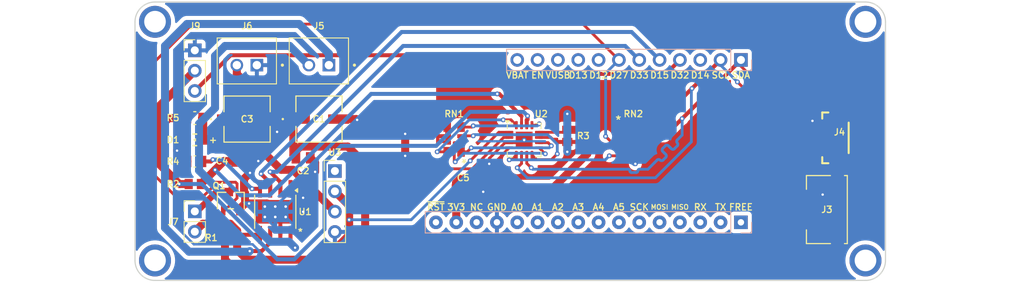
<source format=kicad_pcb>
(kicad_pcb (version 20240108) (generator "pcbnew") (generator_version "8.0")
  (layers (0 "F.Cu" signal) (31 "B.Cu" signal) (34 "B.Paste" user) (35 "F.Paste" user) (36 "B.SilkS" user "B.Silkscreen") (37 "F.SilkS" user "F.Silkscreen") (38 "B.Mask" user) (39 "F.Mask" user) (44 "Edge.Cuts" user))
  (net 0 "")
  (net 1 "/FREE")
  (net 2 "/TX")
  (net 3 "/RX")
  (net 4 "/MISO")
  (net 5 "/MOSI")
  (net 6 "/SCK")
  (net 7 "/A5")
  (net 8 "/A4")
  (net 9 "/A3")
  (net 10 "/A2")
  (net 11 "/A1")
  (net 12 "/A0")
  (net 13 "GND")
  (net 15 "+3V3")
  (net 16 "/~{RST}")
  (net 17 "/SDA")
  (net 18 "/SCL")
  (net 19 "/D12")
  (net 20 "/D14")
  (net 21 "/D33")
  (net 22 "D27")
  (net 23 "/D15")
  (net 24 "/D13")
  (net 25 "/D32")
  (net 26 "/VUSB")
  (net 27 "/EN")
  (net 28 "/VBAT")
  (net 29 "+9VP")
  (net 30 "+5VP")
  (net 31 "+3V3P")
  (net 32 "Net-(D1-A)")
  (net 37 "Net-(U1-OUT2)")
  (net 38 "Net-(U1-OUT1)")
  (net 39 "+5V")
  (net 40 "+9V")
  (net 41 "Net-(U1-ILIM)")
  (net 42 "Net-(RN1-R1.2)")
  (net 43 "Net-(RN1-R4.1)")
  (net 44 "Net-(RN1-R1.1)")
  (net 45 "Net-(RN1-R3.1)")
  (net 46 "Net-(RN1-R2.1)")
  (net 47 "Net-(J7-Pin_1)")
  (net 48 "Net-(RN2-R4.1)")
  (footprint "Connector_PinHeader_2.54mm:PinHeader_1x04_P2.54mm_Vertical" (layer "F.Cu") (at 117.4708 100.4)
    (property "Reference" "U3")
    (property "Value" "MPM3610")
  )
  (footprint "0805 Red LED:WL-SMCW_0805" (layer "F.Cu") (at 99.9708 96.5)
    (property "Reference" "D1")
    (property "Value" "LED")
  )
  (footprint "0805 Ceramic Capacitor:CAPC2012X140N" (layer "F.Cu") (at 105.9708 99.15 180)
    (property "Reference" "C4")
    (property "Value" "0.1 uF")
  )
  (footprint "Package_DFN_QFN:Texas_RGV0016A_VQFN-16-1EP_4x4mm_P0.65mm_EP2.1x2.1mm" (layer "F.Cu") (at 141.1125 96.525)
    (property "Reference" "U2")
    (property "Value" "INA3221")
  )
  (footprint "4 RES 10k Array:EXB38V_PAN" (layer "F.Cu") (at 154.1364 96.4506)
    (property "Reference" "RN2")
    (property "Value" "10k")
  )
  (footprint "EEH-ZC1E220R:CAP_ZC_C_PAN" (layer "F.Cu") (at 106.5 93.9)
    (property "Reference" "C3")
    (property "Value" "22 uF")
  )
  (footprint "Package_SO:Texas_HTSOP-8-1EP_3.9x4.9mm_P1.27mm_EP2.95x4.9mm_Mask2.4x3.1mm_ThermalVias" (layer "F.Cu") (at 110.0208 105.5 -90)
    (property "Reference" "U1")
    (property "Value" "DRV8871DDA")
  )
  (footprint "0805 30k Ohm Resistor Moisture Resistant:RESC2012X60N" (layer "F.Cu") (at 99.9708 99.204833)
    (property "Reference" "R4")
    (property "Value" "30k")
  )
  (footprint "AOSS32136C:SOT23_AOS" (layer "F.Cu") (at 104.4708 104.0938)
    (property "Reference" "Q1")
    (property "Value" "AOSS32136C")
  )
  (footprint "Connector_PinHeader_2.54mm:PinHeader_1x02_P2.54mm_Vertical" (layer "F.Cu") (at 99.9708 105.45)
    (property "Reference" "J7")
    (property "Value" "Conn_01x02")
  )
  (footprint "0805 Resistor Moisture Resistant:RES_CHP0805_BRN" (layer "F.Cu") (at 99.9708 93.776867)
    (property "Reference" "R5")
    (property "Value" "560")
  )
  (footprint "0805 Ceramic Capacitor:CAPC2012X140N" (layer "F.Cu") (at 113.5 98.75 180)
    (property "Reference" "C2")
    (property "Value" "0.1 uF")
  )
  (footprint "MountingHole:MountingHole_2.7mm_M2.5_ISO7380_Pad_TopBottom" (layer "F.Cu") (at 183.75 81.75)
    (property "Reference" "REF**" (hide yes))
    (property "Value" "MountingHole_2.7mm_M2.5_ISO7380_Pad_TopBottom")
  )
  (footprint "MountingHole:MountingHole_2.7mm_M2.5_DIN965_Pad_TopBottom" (layer "F.Cu") (at 95 81.73)
    (property "Reference" "REF**" (hide yes))
    (property "Value" "MountingHole_2.7mm_M2.5_DIN965_Pad_TopBottom")
  )
  (footprint "SM04B-GHS-TB:CONN_SM04B-GHS-TB_JST" (layer "F.Cu") (at 178.925699 105.224999 90)
    (property "Reference" "J3")
    (property "Value" "SM04B-GHS-TB")
  )
  (footprint "B2B-XH-A:B2B-XH-A" (layer "F.Cu") (at 106.4708 86.625)
    (property "Reference" "J6")
    (property "Value" "B2B-XH-A-GU")
  )
  (footprint "MountingHole:MountingHole_2.7mm_M2.5_DIN965_Pad_TopBottom" (layer "F.Cu") (at 183.75 111.59)
    (property "Reference" "REF**" (hide yes))
    (property "Value" "MountingHole_2.7mm_M2.5_DIN965_Pad_TopBottom")
  )
  (footprint "WSLP 0805 Resistor:RES_VISHAY_WSLP0805_VIS" (layer "F.Cu") (at 99.9708 102.026867 180)
    (property "Reference" "R2")
    (property "Value" "0.04")
  )
  (footprint "EEH-ZC1E220R:CAP_ZC_C_PAN" (layer "F.Cu") (at 115.4854 93.9)
    (property "Reference" "C1")
    (property "Value" "22 uF")
  )
  (footprint "SparkFun-Connector:JST_SMD_1.0mm-4_Vertical" (layer "F.Cu") (at 180 96.25 -90)
    (property "Reference" "J4")
    (property "Value" "Qwiic_Vertical")
  )
  (footprint "B2B-XH-A:B2B-XH-A" (layer "F.Cu") (at 115.4708 86.625)
    (property "Reference" "J5")
    (property "Value" "B2B-XH-A-GU")
  )
  (footprint "0805 Ceramic Capacitor:CAPC2012X140N" (layer "F.Cu") (at 133.5 102.75 180)
    (property "Reference" "C5")
    (property "Value" "0.1 uF")
  )
  (footprint "WSLP 0805 Resistor:RES_VISHAY_WSLP0805_VIS" (layer "F.Cu") (at 146.5 96 -90)
    (property "Reference" "R3")
    (property "Value" "0.04")
  )
  (footprint "MountingHole:MountingHole_2.7mm_M2.5_DIN965_Pad_TopBottom" (layer "F.Cu") (at 95 111.59)
    (property "Reference" "REF**" (hide yes))
    (property "Value" "MountingHole_2.7mm_M2.5_DIN965_Pad_TopBottom")
  )
  (footprint "4 RES 10k Array:EXB38V_PAN" (layer "F.Cu") (at 132.3636 96.4506 180)
    (property "Reference" "RN1")
    (property "Value" "10k")
  )
  (footprint "Connector_PinHeader_2.54mm:PinHeader_1x03_P2.54mm_Vertical" (layer "F.Cu") (at 99.9708 85.3)
    (property "Reference" "J9")
    (property "Value" "Conn_01x03")
  )
  (footprint "WSLP 0805 Resistor:RES_VISHAY_WSLP0805_VIS" (layer "F.Cu") (at 104.5 108.75)
    (property "Reference" "R1")
    (property "Value" "0.04")
  )
  (footprint "Connector_PinHeader_2.54mm:PinHeader_1x16_P2.54mm_Vertical" (layer "B.Cu") (at 168.19 106.82 90)
    (property "Reference" "J1" (hide yes))
    (property "Value" "Conn_01x16" (hide yes))
  )
  (footprint "Connector_PinHeader_2.54mm:PinHeader_1x12_P2.54mm_Vertical" (layer "B.Cu") (at 168.19 86.5 90)
    (property "Reference" "J2" (hide yes))
    (property "Value" "Conn_01x12" (hide yes))
  )
  (gr_line (start 95 114.09) (end 183.75 114.09) (stroke (width 0.15)) (layer "Edge.Cuts"))
  (gr_line (start 183.75 79.25) (end 95 79.25) (stroke (width 0.15)) (layer "Edge.Cuts"))
  (gr_line (start 92.5 111.59) (end 92.5 81.75) (stroke (width 0.15)) (layer "Edge.Cuts"))
  (gr_arc (start 186.25 111.59) (mid 185.517767 113.357767) (end 183.75 114.09) (stroke (width 0.15)) (layer "Edge.Cuts"))
  (gr_line (start 186.25 111.59) (end 186.25 81.75) (stroke (width 0.15)) (layer "Edge.Cuts"))
  (gr_arc (start 92.5 81.75) (mid 93.232233 79.982233) (end 95 79.25) (stroke (width 0.15)) (layer "Edge.Cuts"))
  (gr_arc (start 183.75 79.25) (mid 185.517767 79.982233) (end 186.25 81.75) (stroke (width 0.15)) (layer "Edge.Cuts"))
  (gr_arc (start 95 114.09) (mid 93.232233 113.357767) (end 92.5 111.59) (stroke (width 0.15)) (layer "Edge.Cuts"))
  (gr_text "3V3" (at 132.63 104.915 0) (layer "F.SilkS") (effects (font (size 0.8 0.8))))
  (gr_text "NC" (at 135.17 104.915 0) (layer "F.SilkS") (effects (font (size 0.8 0.8))))
  (gr_text "GND" (at 137.71 104.915 0) (layer "F.SilkS") (effects (font (size 0.8 0.8))))
  (gr_text "A0" (at 140.25 104.915 0) (layer "F.SilkS") (effects (font (size 0.8 0.8))))
  (gr_text "A1" (at 142.79 104.915 0) (layer "F.SilkS") (effects (font (size 0.8 0.8))))
  (gr_text "A2" (at 145.33 104.915 0) (layer "F.SilkS") (effects (font (size 0.8 0.8))))
  (gr_text "A3" (at 147.87 104.915 0) (layer "F.SilkS") (effects (font (size 0.8 0.8))))
  (gr_text "A4" (at 150.41 104.915 0) (layer "F.SilkS") (effects (font (size 0.8 0.8))))
  (gr_text "A5" (at 152.95 104.915 0) (layer "F.SilkS") (effects (font (size 0.8 0.8))))
  (gr_text "SCK" (at 155.49 104.915 0) (layer "F.SilkS") (effects (font (size 0.8 0.8))))
  (gr_text "MOSI" (at 158.03 104.915 0) (layer "F.SilkS") (effects (font (size 0.6 0.6) (thickness 0.12) (bold yes))))
  (gr_text "MISO" (at 160.57 104.915 0) (layer "F.SilkS") (effects (font (size 0.6 0.6) (thickness 0.12) (bold yes))))
  (gr_text "RX" (at 163.11 104.915 0) (layer "F.SilkS") (effects (font (size 0.8 0.8))))
  (gr_text "TX" (at 165.65 104.915 0) (layer "F.SilkS") (effects (font (size 0.8 0.8))))
  (gr_text "FREE" (at 168.19 104.915 0) (layer "F.SilkS") (effects (font (size 0.8 0.8))))
  (gr_text "SDA" (at 168.19 88.405 0) (layer "F.SilkS") (effects (font (size 0.8 0.8))))
  (gr_text "SCL" (at 165.65 88.405 0) (layer "F.SilkS") (effects (font (size 0.8 0.8))))
  (gr_text "D14" (at 163.11 88.405 0) (layer "F.SilkS") (effects (font (size 0.8 0.8))))
  (gr_text "D32" (at 160.57 88.405 0) (layer "F.SilkS") (effects (font (size 0.8 0.8))))
  (gr_text "D15" (at 158.03 88.405 0) (layer "F.SilkS") (effects (font (size 0.8 0.8))))
  (gr_text "D33" (at 155.49 88.405 0) (layer "F.SilkS") (effects (font (size 0.8 0.8))))
  (gr_text "D27" (at 152.95 88.405 0) (layer "F.SilkS") (effects (font (size 0.8 0.8))))
  (gr_text "D12" (at 150.41 88.405 0) (layer "F.SilkS") (effects (font (size 0.8 0.8))))
  (gr_text "D13" (at 147.87 88.405 0) (layer "F.SilkS") (effects (font (size 0.8 0.8))))
  (gr_text "EN" (at 142.79 88.405 0) (layer "F.SilkS") (effects (font (size 0.8 0.8))))
  (gr_text "VBAT" (at 140.25 88.405 0) (layer "F.SilkS") (effects (font (size 0.8 0.8))))
  (gr_text "VUSB" (at 145.33 88.405 0) (layer "F.SilkS") (effects (font (size 0.8 0.8))))
  (gr_text "~{RST}" (at 130.09 104.915 0) (layer "F.SilkS") (effects (font (size 0.8 0.8))))
  (gr_text "*" (at 112.75 108.5 0) (layer "F.SilkS") (effects (font (size 0.8 0.8) (thickness 0.15) (bold yes)) (justify left bottom)))
  (segment (start 110.0208 105.5) (end 113.5 105.5) (width 1) (layer "F.Cu") (net 13))
  (segment (start 140.7875 96.85) (end 141.1125 96.525) (width 0.35) (layer "F.Cu") (net 13))
  (segment (start 98.9208 97.75) (end 97.85 97.75) (width 1) (layer "F.Cu") (net 13))
  (segment (start 109.277208 93.9) (end 110.25 94.872792) (width 1) (layer "F.Cu") (net 13))
  (segment (start 115 100.5) (end 115 99.354999) (width 1) (layer "F.Cu") (net 13))
  (segment (start 138.731002 96.85) (end 136.75 98.831002) (width 0.35) (layer "F.Cu") (net 13))
  (segment (start 110.25 94.872792) (end 110.25 95.5) (width 1) (layer "F.Cu") (net 13))
  (segment (start 97.85 97.75) (end 97.75 97.85) (width 1) (layer "F.Cu") (net 13))
  (segment (start 178.400001 103.349999) (end 177.049999 103.349999) (width 0.35) (layer "F.Cu") (net 13))
  (segment (start 120.15 93.9) (end 120.25 94) (width 1) (layer "F.Cu") (net 13))
  (segment (start 155 98) (end 155 99.5) (width 0.5) (layer "F.Cu") (net 13))
  (segment (start 106.2482 103.162414) (end 106.2482 104.460201) (width 1) (layer "F.Cu") (net 13))
  (segment (start 106.125 103.039214) (end 106.2482 103.162414) (width 1) (layer "F.Cu") (net 13))
  (segment (start 108.981001 104.460201) (end 106.75 104.460201) (width 1) (layer "F.Cu") (net 13))
  (segment (start 110.6558 108.375) (end 110.6558 106.135) (width 0.5) (layer "F.Cu") (net 13))
  (segment (start 134.395001 102.75) (end 135.75 102.75) (width 1) (layer "F.Cu") (net 13))
  (segment (start 110.6558 106.135) (end 110.0208 105.5) (width 0.5) (layer "F.Cu") (net 13))
  (segment (start 98.9208 96.5) (end 98.9208 97.75) (width 1) (layer "F.Cu") (net 13))
  (segment (start 177.75 94.75) (end 178.489 94.75) (width 0.35) (layer "F.Cu") (net 13))
  (segment (start 110.0208 105.5) (end 108.981001 104.460201) (width 1) (layer "F.Cu") (net 13))
  (segment (start 112.375 102.625) (end 113.5 103.75) (width 0.5) (layer "F.Cu") (net 13))
  (segment (start 107.9 99.15) (end 106.865801 99.15) (width 1) (layer "F.Cu") (net 13))
  (segment (start 136.75 98.831002) (end 136.75 99.5) (width 0.35) (layer "F.Cu") (net 13))
  (segment (start 139.25 96.85) (end 138.731002 96.85) (width 0.35) (layer "F.Cu") (net 13))
  (segment (start 106.865801 100.634199) (end 106.865801 99.15) (width 1) (layer "F.Cu") (net 13))
  (segment (start 177.125 94.125) (end 177.75 94.75) (width 0.35) (layer "F.Cu") (net 13))
  (segment (start 126.25 95.75) (end 126.25 98.5) (width 1) (layer "F.Cu") (net 13))
  (segment (start 115 99.354999) (end 114.395001 98.75) (width 1) (layer "F.Cu") (net 13))
  (segment (start 106.2482 104.460201) (end 106.75 104.460201) (width 1) (layer "F.Cu") (net 13))
  (segment (start 98.9208 99.089833) (end 99.0358 99.204833) (width 1) (layer "F.Cu") (net 13))
  (segment (start 117.9365 93.9) (end 120.15 93.9) (width 1) (layer "F.Cu") (net 13))
  (segment (start 139.25 96.85) (end 140.7875 96.85) (width 0.35) (layer "F.Cu") (net 13))
  (segment (start 106.865801 100.634199) (end 106.125 101.375) (width 1) (layer "F.Cu") (net 13))
  (segment (start 108.9511 93.9) (end 109.277208 93.9) (width 1) (layer "F.Cu") (net 13))
  (segment (start 98.9208 97.75) (end 98.9208 99.089833) (width 1) (layer "F.Cu") (net 13))
  (segment (start 105.420801 105.2876) (end 106.2482 104.460201) (width 1) (layer "F.Cu") (net 13))
  (segment (start 135.75 102.75) (end 136 103) (width 1) (layer "F.Cu") (net 13))
  (segment (start 155 98) (end 155 96.8568) (width 0.5) (layer "F.Cu") (net 13))
  (segment (start 106.125 101.375) (end 106.125 103.039214) (width 1) (layer "F.Cu") (net 13))
  (segment (start 155 96.8568) (end 154.999999 96.856799) (width 0.5) (layer "F.Cu") (net 13))
  (segment (start 111.925799 102.625) (end 112.375 102.625) (width 0.5) (layer "F.Cu") (net 13))
  (via (at 155 99.5) (size 0.6) (drill 0.3) (layers "F.Cu" "B.Cu") (net 13))
  (via (at 126.25 95.75) (size 0.6) (drill 0.3) (layers "F.Cu" "B.Cu") (net 13))
  (via (at 126.25 98.5) (size 0.6) (drill 0.3) (layers "F.Cu" "B.Cu") (net 13))
  (via (at 136 103) (size 0.6) (drill 0.3) (layers "F.Cu" "B.Cu") (net 13))
  (via (at 110.25 95.5) (size 0.6) (drill 0.3) (layers "F.Cu" "B.Cu") (net 13))
  (via (at 106.865801 100.634199) (size 0.6) (drill 0.3) (layers "F.Cu" "B.Cu") (net 13))
  (via (at 115 100.5) (size 0.6) (drill 0.3) (layers "F.Cu" "B.Cu") (net 13))
  (via (at 177.125 94.125) (size 0.6) (drill 0.3) (layers "F.Cu" "B.Cu") (net 13))
  (via (at 107.9 99.15) (size 0.6) (drill 0.3) (layers "F.Cu" "B.Cu") (net 13))
  (via (at 136.75 99.5) (size 0.6) (drill 0.3) (layers "F.Cu" "B.Cu") (net 13))
  (via (at 113.5 103.75) (size 0.6) (drill 0.3) (layers "F.Cu" "B.Cu") (net 13))
  (via (at 97.75 97.85) (size 0.6) (drill 0.3) (layers "F.Cu" "B.Cu") (net 13))
  (via (at 113.5 105.5) (size 0.6) (drill 0.3) (layers "F.Cu" "B.Cu") (net 13))
  (via (at 141.1125 96.525) (size 0.6) (drill 0.3) (layers "F.Cu" "B.Cu") (net 13))
  (via (at 106.75 104.460201) (size 0.6) (drill 0.3) (layers "F.Cu" "B.Cu") (net 13))
  (via (at 120.25 94) (size 0.6) (drill 0.3) (layers "F.Cu" "B.Cu") (net 13))
  (via (at 178.400001 103.349999) (size 0.6) (drill 0.3) (layers "F.Cu" "B.Cu") (net 13))
  (segment (start 111.25 103.6208) (end 111.25 103.25) (width 0.35) (layer "B.Cu") (net 13))
  (segment (start 112.5 103.75) (end 112.4208 103.75) (width 0.35) (layer "B.Cu") (net 13))
  (segment (start 108.7208 106.15) (end 110.0708 107.5) (width 0.35) (layer "B.Cu") (net 13))
  (segment (start 110.0708 107.5) (end 110.25 107.5) (width 0.35) (layer "B.Cu") (net 13))
  (segment (start 97.376867 100.873133) (end 97.376867 107.093124) (width 0.3) (layer "B.Cu") (net 13))
  (segment (start 110.0208 104.85) (end 111.25 103.6208) (width 0.35) (layer "B.Cu") (net 13))
  (segment (start 99.851635 109.567892) (end 107.184188 109.567892) (width 0.3) (layer "B.Cu") (net 13))
  (segment (start 108 110.383704) (end 108 111) (width 0.3) (layer "B.Cu") (net 13))
  (segment (start 97.75 100.5) (end 97.376867 100.873133) (width 0.3) (layer "B.Cu") (net 13))
  (segment (start 111.3208 106.15) (end 112.1708 107) (width 0.35) (layer "B.Cu") (net 13))
  (segment (start 107.184188 109.567892) (end 108 110.383704) (width 0.3) (layer "B.Cu") (net 13))
  (segment (start 112.1708 107) (end 112.25 107) (width 0.35) (layer "B.Cu") (net 13))
  (segment (start 111.3208 104.85) (end 112.4208 103.75) (width 0.35) (layer "B.Cu") (net 13))
  (segment (start 97.376867 107.093124) (end 99.851635 109.567892) (width 0.3) (layer "B.Cu") (net 13))
  (segment (start 144.45 96.2) (end 145.011999 96.761999) (width 0.35) (layer "F.Cu") (net 15))
  (segment (start 183.25 105) (end 183.25 97.25) (width 0.35) (layer "F.Cu") (net 15))
  (segment (start 166.5 103) (end 169 103) (width 0.35) (layer "F.Cu") (net 15))
  (segment (start 145.011999 96.761999) (end 146.5 96.761999) (width 0.35) (layer "F.Cu") (net 15))
  (segment (start 169 103) (end 173.099999 107.099999) (width 0.35) (layer "F.Cu") (net 15))
  (segment (start 139.25 97.5) (end 138.25 98.5) (width 0.35) (layer "F.Cu") (net 15))
  (segment (start 181.75 95.75) (end 178.489 95.75) (width 0.35) (layer "F.Cu") (net 15))
  (segment (start 173.099999 107.099999) (end 177.049999 107.099999) (width 0.35) (layer "F.Cu") (net 15))
  (segment (start 142.975 96.2) (end 144.45 96.2) (width 0.35) (layer "F.Cu") (net 15))
  (segment (start 181.150001 107.099999) (end 183.25 105) (width 0.35) (layer "F.Cu") (net 15))
  (segment (start 177.049999 107.099999) (end 181.150001 107.099999) (width 0.35) (layer "F.Cu") (net 15))
  (segment (start 138.25 98.5) (end 138.25 99.5) (width 0.35) (layer "F.Cu") (net 15))
  (segment (start 152.806801 96.056801) (end 152 95.25) (width 0.25) (layer "F.Cu") (net 15))
  (segment (start 183.25 97.25) (end 181.75 95.75) (width 0.35) (layer "F.Cu") (net 15))
  (segment (start 153.272801 96.056801) (end 152.806801 96.056801) (width 0.25) (layer "F.Cu") (net 15))
  (via (at 146.5 93.25) (size 0.6) (drill 0.3) (layers "F.Cu" "B.Cu") (net 15))
  (via (at 146.5 98) (size 0.6) (drill 0.3) (layers "F.Cu" "B.Cu") (net 15))
  (segment (start 146.5 98) (end 146.5 93.25) (width 1) (layer "B.Cu") (net 15))
  (segment (start 168.19 87.276) (end 168.19 86.5) (width 0.35) (layer "F.Cu") (net 17))
  (segment (start 175.181691 94.267691) (end 175.181692 94.267692) (width 0.35) (layer "F.Cu") (net 17))
  (segment (start 168.19 86.5) (end 160.845 93.845) (width 0.5) (layer "F.Cu") (net 17))
  (segment (start 171.630293 91.030848) (end 171.787571 90.873571) (width 0.35) (layer "F.Cu") (net 17))
  (segment (start 180.964001 96.75) (end 178.489 96.75) (width 0.35) (layer "F.Cu") (net 17))
  (segment (start 172.636101 91.722101) (end 172.636102 91.722102) (width 0.35) (layer "F.Cu") (net 17))
  (segment (start 175.338969 93.79586) (end 174.804993 93.261884) (width 0.35) (layer "F.Cu") (net 17))
  (segment (start 141.4375 99.4375) (end 142 100) (width 0.35) (layer "F.Cu") (net 17))
  (segment (start 173.641909 92.0988) (end 173.107933 91.564824) (width 0.35) (layer "F.Cu") (net 17))
  (segment (start 173.861329 93.576438) (end 173.327353 93.042462) (width 0.35) (layer "F.Cu") (net 17))
  (segment (start 171.096306 89.867777) (end 170.939041 90.025041) (width 0.35) (layer "F.Cu") (net 17))
  (segment (start 158.633199 96.056801) (end 160.845 93.845) (width 0.5) (layer "F.Cu") (net 17))
  (segment (start 175.027488 94.421893) (end 175.181691 94.267691) (width 0.35) (layer "F.Cu") (net 17))
  (segment (start 171.944836 90.401779) (end 171.410834 89.867777) (width 0.35) (layer "F.Cu") (net 17))
  (segment (start 170.939041 90.025041) (end 170.939042 90.025042) (width 0.35) (layer "F.Cu") (net 17))
  (segment (start 170.476474 90.179229) (end 169.936323 89.639078) (width 0.35) (layer "F.Cu") (net 17))
  (segment (start 182.289001 102.154099) (end 182.289001 98.075) (width 0.35) (layer "F.Cu") (net 17))
  (segment (start 172.793379 91.564824) (end 172.636101 91.722101) (width 0.35) (layer "F.Cu") (net 17))
  (segment (start 174.333161 93.419161) (end 174.333162 93.419162) (width 0.35) (layer "F.Cu") (net 17))
  (segment (start 169.418762 88.504762) (end 168.957 88.043) (width 0.35) (layer "F.Cu") (net 17))
  (segment (start 171.787571 90.873571) (end 171.787572 90.873572) (width 0.35) (layer "F.Cu") (net 17))
  (segment (start 174.333162 93.419162) (end 174.175883 93.576438) (width 0.35) (layer "F.Cu") (net 17))
  (segment (start 158.633199 96.056801) (end 154.999999 96.056801) (width 0.5) (layer "F.Cu") (net 17))
  (segment (start 182.289001 98.075) (end 180.964001 96.75) (width 0.35) (layer "F.Cu") (net 17))
  (segment (start 173.484632 92.570632) (end 173.641909 92.413354) (width 0.35) (layer "F.Cu") (net 17))
  (segment (start 169.936323 89.022322) (end 169.418762 88.504762) (width 0.35) (layer "F.Cu") (net 17))
  (segment (start 175.59019 95.293) (end 175.027489 94.730299) (width 0.35) (layer "F.Cu") (net 17))
  (segment (start 141.4375 98.3875) (end 141.4375 99.4375) (width 0.35) (layer "F.Cu") (net 17))
  (segment (start 170.939042 90.025042) (end 170.784852 90.179229) (width 0.35) (layer "F.Cu") (net 17))
  (segment (start 179.843101 104.599999) (end 182.289001 102.154099) (width 0.35) (layer "F.Cu") (net 17))
  (segment (start 173.484631 92.570631) (end 173.484632 92.570632) (width 0.35) (layer "F.Cu") (net 17))
  (segment (start 172.164269 91.879378) (end 171.630293 91.345402) (width 0.35) (layer "F.Cu") (net 17))
  (segment (start 173.327353 92.727908) (end 173.484631 92.570631) (width 0.35) (layer "F.Cu") (net 17))
  (segment (start 177.049999 104.599999) (end 179.843101 104.599999) (width 0.35) (layer "F.Cu") (net 17))
  (segment (start 171.787572 90.873572) (end 171.944836 90.716307) (width 0.35) (layer "F.Cu") (net 17))
  (segment (start 178.489 96.75) (end 177.664 96.75) (width 0.35) (layer "F.Cu") (net 17))
  (segment (start 168.957 88.043) (end 168.19 87.276) (width 0.35) (layer "F.Cu") (net 17))
  (segment (start 174.490439 93.261884) (end 174.333161 93.419161) (width 0.35) (layer "F.Cu") (net 17))
  (segment (start 172.636102 91.722102) (end 172.478823 91.879378) (width 0.35) (layer "F.Cu") (net 17))
  (segment (start 177.049999 104.599999) (end 176.529299 104.599999) (width 0.35) (layer "F.Cu") (net 17))
  (segment (start 177.664 96.75) (end 176.207 95.293) (width 0.35) (layer "F.Cu") (net 17))
  (segment (start 175.181692 94.267692) (end 175.338969 94.110414) (width 0.35) (layer "F.Cu") (net 17))
  (via (at 142 100) (size 0.6) (drill 0.3) (layers "F.Cu" "B.Cu") (net 17))
  (via (at 160.845 93.845) (size 0.6) (drill 0.3) (layers "F.Cu" "B.Cu") (net 17))
  (arc (start 171.410834 89.867777) (mid 171.25357 89.802636) (end 171.096306 89.867777) (width 0.35) (layer "F.Cu") (net 17))
  (arc (start 172.478823 91.879378) (mid 172.321547 91.944525) (end 172.164269 91.879378) (width 0.35) (layer "F.Cu") (net 17))
  (arc (start 171.944836 90.716307) (mid 172.009977 90.559043) (end 171.944836 90.401779) (width 0.35) (layer "F.Cu") (net 17))
  (arc (start 175.898594 95.292999) (mid 175.744391 95.356872) (end 175.59019 95.293) (width 0.35) (layer "F.Cu") (net 17))
  (arc (start 175.338969 94.110414) (mid 175.404115 93.953137) (end 175.338969 93.79586) (width 0.35) (layer "F.Cu") (net 17))
  (arc (start 173.641909 92.413354) (mid 173.707055 92.256077) (end 173.641909 92.0988) (width 0.35) (layer "F.Cu") (net 17))
  (arc (start 173.107933 91.564824) (mid 172.950656 91.499678) (end 172.793379 91.564824) (width 0.35) (layer "F.Cu") (net 17))
  (arc (start 173.327353 93.042462) (mid 173.262208 92.885186) (end 173.327353 92.727908) (width 0.35) (layer "F.Cu") (net 17))
  (arc (start 174.804993 93.261884) (mid 174.647716 93.196738) (end 174.490439 93.261884) (width 0.35) (layer "F.Cu") (net 17))
  (arc (start 170.784852 90.179229) (mid 170.630663 90.243096) (end 170.476474 90.179229) (width 0.35) (layer "F.Cu") (net 17))
  (arc (start 169.936323 89.3307) (mid 170.00019 89.176511) (end 169.936323 89.022322) (width 0.35) (layer "F.Cu") (net 17))
  (arc (start 174.175883 93.576438) (mid 174.018607 93.641585) (end 173.861329 93.576438) (width 0.35) (layer "F.Cu") (net 17))
  (arc (start 175.027489 94.730299) (mid 174.963615 94.576096) (end 175.027488 94.421893) (width 0.35) (layer "F.Cu") (net 17))
  (arc (start 171.630293 91.345402) (mid 171.565148 91.188126) (end 171.630293 91.030848) (width 0.35) (layer "F.Cu") (net 17))
  (arc (start 176.207 95.293) (mid 176.052797 95.229126) (end 175.898594 95.292999) (width 0.35) (layer "F.Cu") (net 17))
  (arc (start 169.936323 89.639078) (mid 169.872456 89.484889) (end 169.936323 89.3307) (width 0.35) (layer "F.Cu") (net 17))
  (segment (start 158.42363 97.946848) (end 158.613389 98.136607) (width 0.35) (layer "B.Cu") (net 17))
  (segment (start 156.575 100.175) (end 155.525 100.175) (width 0.35) (layer "B.Cu") (net 17))
  (segment (start 158.799627 98.69532) (end 158.464994 99.029954) (width 0.35) (layer "B.Cu") (net 17))
  (segment (start 153.525 100.175) (end 153.25 100.175) (width 0.35) (layer "B.Cu") (net 17))
  (segment (start 155.11205 100.58795) (end 154.525 100.58795) (width 0.35) (layer "B.Cu") (net 17))
  (segment (start 160.845 93.845) (end 160.845 95.905) (width 0.35) (layer "B.Cu") (net 17))
  (segment (start 153.25 100.175) (end 142.175 100.175) (width 0.35) (layer "B.Cu") (net 17))
  (segment (start 158.613391 98.136609) (end 158.799628 98.322846) (width 0.35) (layer "B.Cu") (net 17))
  (segment (start 159.506756 97.615763) (end 159.320498 97.429505) (width 0.35) (layer "B.Cu") (net 17))
  (segment (start 158.751219 97.239742) (end 158.42363 97.56733) (width 0.35) (layer "B.Cu") (net 17))
  (segment (start 157.411308 99.338693) (end 156.575 100.175) (width 0.35) (layer "B.Cu") (net 17))
  (segment (start 142.175 100.175) (end 142 100) (width 0.35) (layer "B.Cu") (net 17))
  (segment (start 157.72005 99.029954) (end 157.411308 99.338693) (width 0.35) (layer "B.Cu") (net 17))
  (segment (start 160.845 95.905) (end 160.239739 96.510261) (width 0.35) (layer "B.Cu") (net 17))
  (segment (start 154.11205 100.175) (end 153.525 100.175) (width 0.35) (layer "B.Cu") (net 17))
  (segment (start 158.613389 98.136607) (end 158.613391 98.136609) (width 0.35) (layer "B.Cu") (net 17))
  (segment (start 160.239739 97.255295) (end 159.879272 97.615763) (width 0.35) (layer "B.Cu") (net 17))
  (segment (start 159.320498 97.429505) (end 159.320498 97.429502) (width 0.35) (layer "B.Cu") (net 17))
  (segment (start 159.320498 97.429502) (end 159.130738 97.239742) (width 0.35) (layer "B.Cu") (net 17))
  (arc (start 159.130738 97.239742) (mid 158.940979 97.161141) (end 158.751219 97.239742) (width 0.35) (layer "B.Cu") (net 17))
  (arc (start 158.464994 99.029954) (mid 158.278757 99.107096) (end 158.092522 99.029954) (width 0.35) (layer "B.Cu") (net 17))
  (arc (start 160.239738 96.882779) (mid 160.31689 97.069036) (end 160.239739 97.255295) (width 0.35) (layer "B.Cu") (net 17))
  (arc (start 160.239739 96.510261) (mid 160.162588 96.69652) (end 160.239738 96.882779) (width 0.35) (layer "B.Cu") (net 17))
  (arc (start 158.799628 98.322846) (mid 158.87677 98.509082) (end 158.799627 98.69532) (width 0.35) (layer "B.Cu") (net 17))
  (arc (start 158.092522 99.029954) (mid 157.906285 98.952814) (end 157.72005 99.029954) (width 0.35) (layer "B.Cu") (net 17))
  (arc (start 159.879272 97.615763) (mid 159.693015 97.692913) (end 159.506756 97.615763) (width 0.35) (layer "B.Cu") (net 17))
  (arc (start 154.318525 100.381475) (mid 154.25805 100.235475) (end 154.11205 100.175) (width 0.35) (layer "B.Cu") (net 17))
  (arc (start 154.525 100.58795) (mid 154.379 100.527475) (end 154.318525 100.381475) (width 0.35) (layer "B.Cu") (net 17))
  (arc (start 158.42363 97.56733) (mid 158.345029 97.757089) (end 158.42363 97.946848) (width 0.35) (layer "B.Cu") (net 17))
  (arc (start 155.525 100.175) (mid 155.379 100.235475) (end 155.318525 100.381475) (width 0.35) (layer "B.Cu") (net 17))
  (arc (start 155.318525 100.381475) (mid 155.25805 100.527475) (end 155.11205 100.58795) (width 0.35) (layer "B.Cu") (net 17))
  (segment (start 175.824099 101.16) (end 175.824099 101) (width 0.35) (layer "F.Cu") (net 18))
  (segment (start 175.504099 103.08) (end 175.344099 103.08) (width 0.35) (layer "F.Cu") (net 18))
  (segment (start 140.375 99.875) (end 140.25 100) (width 0.35) (layer "F.Cu") (net 18))
  (segment (start 175.824099 103.56) (end 175.824099 103.4) (width 0.35) (layer "F.Cu") (net 18))
  (segment (start 140.7875 98.3875) (end 140.7875 99.4625) (width 0.35) (layer "F.Cu") (net 18))
  (segment (start 177.049999 105.849999) (end 177.570699 105.849999) (width 0.35) (layer "F.Cu") (net 18))
  (segment (start 178.489 97.75) (end 176.25 97.75) (width 0.35) (layer "F.Cu") (net 18))
  (segment (start 176.312002 98.795628) (end 176.425141 98.68249) (width 0.35) (layer "F.Cu") (net 18))
  (segment (start 157.2488 94.9012) (end 162.075 90.075) (width 0.5) (layer "F.Cu") (net 18))
  (segment (start 176.529299 105.849999) (end 175.824099 105.144799) (width 0.35) (layer "F.Cu") (net 18))
  (segment (start 165.65 86.5) (end 165.75 86.5) (width 0.5) (layer "F.Cu") (net 18))
  (segment (start 175.824099 101) (end 175.824099 100.414901) (width 0.35) (layer "F.Cu") (net 18))
  (segment (start 175.504099 102.28) (end 176.304099 102.28) (width 0.35) (layer "F.Cu") (net 18))
  (segment (start 176.877689 98.68249) (end 176.990827 98.795628) (width 0.35) (layer "F.Cu") (net 18))
  (segment (start 177.443375 98.795628) (end 177.556511 98.68249) (width 0.35) (layer "F.Cu") (net 18))
  (segment (start 176.25 97.75) (end 167.75 89.25) (width 0.35) (layer "F.Cu") (net 18))
  (segment (start 175.024099 104.36) (end 175.024099 104.2) (width 0.35) (layer "F.Cu") (net 18))
  (segment (start 177.556511 98.68249) (end 177.9945 98.2445) (width 0.35) (layer "F.Cu") (net 18))
  (segment (start 175.824099 100.414901) (end 176.425139 99.813861) (width 0.35) (layer "F.Cu") (net 18))
  (segment (start 176.624099 101.96) (end 176.624099 101.8) (width 0.35) (layer "F.Cu") (net 18))
  (segment (start 140.7875 99.4625) (end 140.375 99.875) (width 0.35) (layer "F.Cu") (net 18))
  (segment (start 176.425139 99.361313) (end 176.312002 99.248176) (width 0.35) (layer "F.Cu") (net 18))
  (segment (start 157.2488 94.9012) (end 155 94.9012) (width 0.5) (layer "F.Cu") (net 18))
  (segment (start 165.65 86.5) (end 162.075 90.075) (width 0.5) (layer "F.Cu") (net 18))
  (segment (start 176.304099 101.48) (end 176.144099 101.48) (width 0.35) (layer "F.Cu") (net 18))
  (segment (start 175.504099 104.68) (end 175.344099 104.68) (width 0.35) (layer "F.Cu") (net 18))
  (segment (start 177.049999 105.849999) (end 176.529299 105.849999) (width 0.35) (layer "F.Cu") (net 18))
  (segment (start 175.344099 103.88) (end 175.504099 103.88) (width 0.35) (layer "F.Cu") (net 18))
  (segment (start 175.824099 105.144799) (end 175.824099 105) (width 0.35) (layer "F.Cu") (net 18))
  (segment (start 175.024099 102.76) (end 175.024099 102.6) (width 0.35) (layer "F.Cu") (net 18))
  (segment (start 177.9945 98.2445) (end 178.489 97.75) (width 0.35) (layer "F.Cu") (net 18))
  (segment (start 175.344099 102.28) (end 175.504099 102.28) (width 0.35) (layer "F.Cu") (net 18))
  (via (at 140.25 100) (size 0.6) (drill 0.3) (layers "F.Cu" "B.Cu") (net 18))
  (via (at 167.75 89.25) (size 0.6) (drill 0.3) (layers "F.Cu" "B.Cu") (net 18))
  (via (at 162.075 90.075) (size 0.6) (drill 0.3) (layers "F.Cu" "B.Cu") (net 18))
  (arc (start 175.504099 103.88) (mid 175.730373 103.786274) (end 175.824099 103.56) (width 0.35) (layer "F.Cu") (net 18))
  (arc (start 176.304099 102.28) (mid 176.530373 102.186274) (end 176.624099 101.96) (width 0.35) (layer "F.Cu") (net 18))
  (arc (start 176.144099 101.48) (mid 175.917825 101.386274) (end 175.824099 101.16) (width 0.35) (layer "F.Cu") (net 18))
  (arc (start 175.024099 102.6) (mid 175.117825 102.373726) (end 175.344099 102.28) (width 0.35) (layer "F.Cu") (net 18))
  (arc (start 176.624099 101.8) (mid 176.530373 101.573726) (end 176.304099 101.48) (width 0.35) (layer "F.Cu") (net 18))
  (arc (start 176.990827 98.795628) (mid 177.217101 98.889354) (end 177.443375 98.795628) (width 0.35) (layer "F.Cu") (net 18))
  (arc (start 176.425139 99.813861) (mid 176.518865 99.587587) (end 176.425139 99.361313) (width 0.35) (layer "F.Cu") (net 18))
  (arc (start 176.312002 99.248176) (mid 176.218276 99.021902) (end 176.312002 98.795628) (width 0.35) (layer "F.Cu") (net 18))
  (arc (start 175.024099 104.2) (mid 175.117825 103.973726) (end 175.344099 103.88) (width 0.35) (layer "F.Cu") (net 18))
  (arc (start 176.425141 98.68249) (mid 176.651415 98.588764) (end 176.877689 98.68249) (width 0.35) (layer "F.Cu") (net 18))
  (arc (start 175.344099 104.68) (mid 175.117825 104.586274) (end 175.024099 104.36) (width 0.35) (layer "F.Cu") (net 18))
  (arc (start 175.824099 105) (mid 175.730373 104.773726) (end 175.504099 104.68) (width 0.35) (layer "F.Cu") (net 18))
  (arc (start 175.344099 103.08) (mid 175.117825 102.986274) (end 175.024099 102.76) (width 0.35) (layer "F.Cu") (net 18))
  (arc (start 175.824099 103.4) (mid 175.730373 103.173726) (end 175.504099 103.08) (width 0.35) (layer "F.Cu") (net 18))
  (segment (start 157.5 101.25) (end 141.5 101.25) (width 0.35) (layer "B.Cu") (net 18))
  (segment (start 162.075 90.075) (end 162 90.15) (width 0.35) (layer "B.Cu") (net 18))
  (segment (start 162 90.15) (end 162 96.75) (width 0.35) (layer "B.Cu") (net 18))
  (segment (start 165.65 87.15) (end 165.65 86.5) (width 0.35) (layer "B.Cu") (net 18))
  (segment (start 162 96.75) (end 157.5 101.25) (width 0.35) (layer "B.Cu") (net 18))
  (segment (start 141.5 101.25) (end 140.25 100) (width 0.35) (layer "B.Cu") (net 18))
  (segment (start 167.75 89.25) (end 165.65 87.15) (width 0.35) (layer "B.Cu") (net 18))
  (segment (start 110.6558 102.625) (end 110.6558 101.775) (width 0.5) (layer "F.Cu") (net 21))
  (segment (start 110.6558 101.775) (end 109.3808 100.5) (width 0.5) (layer "F.Cu") (net 21))
  (via (at 109.3808 100.5) (size 0.6) (drill 0.3) (layers "F.Cu" "B.Cu") (net 21))
  (segment (start 153.74 84.75) (end 155.49 86.5) (width 0.5) (layer "B.Cu") (net 21))
  (segment (start 109.3808 100.5) (end 110.25 100.5) (width 0.5) (layer "B.Cu") (net 21))
  (segment (start 126 84.75) (end 153.74 84.75) (width 0.5) (layer "B.Cu") (net 21))
  (segment (start 110.25 100.5) (end 126 84.75) (width 0.5) (layer "B.Cu") (net 21))
  (segment (start 97.48 103.47) (end 93.83 99.82) (width 0.35) (layer "F.Cu") (net 22))
  (segment (start 101.123984 103.47) (end 97.48 103.47) (width 0.35) (layer "F.Cu") (net 22))
  (segment (start 99.66 82.02) (end 148.47 82.02) (width 0.35) (layer "F.Cu") (net 22))
  (segment (start 152.086799 96.856799) (end 153.272801 96.856799) (width 0.35) (layer "F.Cu") (net 22))
  (segment (start 151.29 96.06) (end 152.086799 96.856799) (width 0.35) (layer "F.Cu") (net 22))
  (segment (start 93.83 87.85) (end 99.66 82.02) (width 0.35) (layer "F.Cu") (net 22))
  (segment (start 102.45 101.8) (end 102.14 102.11) (width 0.35) (layer "F.Cu") (net 22))
  (segment (start 105.0606 101.8) (end 102.45 101.8) (width 0.35) (layer "F.Cu") (net 22))
  (segment (start 103.520799 105.2876) (end 103.7524 105.2876) (width 0.35) (layer "F.Cu") (net 22))
  (segment (start 102.14 102.453984) (end 101.123984 103.47) (width 0.35) (layer "F.Cu") (net 22))
  (segment (start 148.47 82.02) (end 152.95 86.5) (width 0.35) (layer "F.Cu") (net 22))
  (segment (start 105.25 103.79) (end 105.25 101.9894) (width 0.35) (layer "F.Cu") (net 22))
  (segment (start 103.7524 105.2876) (end 105.25 103.79) (width 0.35) (layer "F.Cu") (net 22))
  (segment (start 93.83 99.82) (end 93.83 87.85) (width 0.35) (layer "F.Cu") (net 22))
  (segment (start 105.25 101.9894) (end 105.0606 101.8) (width 0.35) (layer "F.Cu") (net 22))
  (segment (start 102.14 102.11) (end 102.14 102.453984) (width 0.35) (layer "F.Cu") (net 22))
  (via (at 151.29 96.06) (size 0.6) (drill 0.3) (layers "F.Cu" "B.Cu") (net 22))
  (segment (start 151.29 96.06) (end 151.29 88.16) (width 0.35) (layer "B.Cu") (net 22))
  (segment (start 151.29 88.16) (end 152.95 86.5) (width 0.35) (layer "B.Cu") (net 22))
  (segment (start 109.3858 102.625) (end 109.3858 101.8858) (width 0.5) (layer "F.Cu") (net 23))
  (segment (start 109.3858 101.8858) (end 108.25 100.75) (width 0.5) (layer "F.Cu") (net 23))
  (via (at 108.25 100.75) (size 0.6) (drill 0.3) (layers "F.Cu" "B.Cu") (net 23))
  (segment (start 125.810661 83) (end 108.25 100.560661) (width 0.5) (layer "B.Cu") (net 23))
  (segment (start 108.25 100.560661) (end 108.25 100.75) (width 0.5) (layer "B.Cu") (net 23))
  (segment (start 158.03 86.5) (end 154.53 83) (width 0.5) (layer "B.Cu") (net 23))
  (segment (start 154.53 83) (end 125.810661 83) (width 0.5) (layer "B.Cu") (net 23))
  (segment (start 99.9708 90.38) (end 104.4383 85.9125) (width 0.5) (layer "F.Cu") (net 25))
  (segment (start 158.82 88.25) (end 160.57 86.5) (width 0.5) (layer "F.Cu") (net 25))
  (segment (start 136.9125 85.9125) (end 139.25 88.25) (width 0.5) (layer "F.Cu") (net 25))
  (segment (start 104.4383 85.9125) (end 136.9125 85.9125) (width 0.5) (layer "F.Cu") (net 25))
  (segment (start 139.25 88.25) (end 158.82 88.25) (width 0.5) (layer "F.Cu") (net 25))
  (segment (start 121.25 99.5) (end 121.25 105.25) (width 1) (layer "F.Cu") (net 29))
  (segment (start 105.2208 87.15) (end 105.2208 88.263693) (width 1) (layer "F.Cu") (net 29))
  (segment (start 112.2803 94.327892) (end 112.2803 98.425301) (width 1) (layer "F.Cu") (net 29))
  (segment (start 112.708192 93.9) (end 112.2803 94.327892) (width 1) (layer "F.Cu") (net 29))
  (segment (start 126.375 100.125) (end 121.25 105.25) (width 0.35) (layer "F.Cu") (net 29))
  (segment (start 117.5 113) (end 105.25 113) (width 1) (layer "F.Cu") (net 29))
  (segment (start 134.625 100.125) (end 126.375 100.125) (width 0.35) (layer "F.Cu") (net 29))
  (segment (start 138.55 96.2) (end 134.625 100.125) (width 0.35) (layer "F.Cu") (net 29))
  (segment (start 105.2208 88.263693) (end 107.652007 90.6949) (width 1) (layer "F.Cu") (net 29))
  (segment (start 103.738 111.488) (end 103.738 108.75) (width 1) (layer "F.Cu") (net 29))
  (segment (start 109.503092 90.6949) (end 112.708192 93.9) (width 1) (layer "F.Cu") (net 29))
  (segment (start 139.25 96.2) (end 138.55 96.2) (width 0.35) (layer "F.Cu") (net 29))
  (segment (start 119.09 97.34) (end 121.25 99.5) (width 1) (layer "F.Cu") (net 29))
  (segment (start 113.0343 93.9) (end 112.708192 93.9) (width 1) (layer "F.Cu") (net 29))
  (segment (start 112.604999 97.890002) (end 113.155001 97.34) (width 1) (layer "F.Cu") (net 29))
  (segment (start 121.25 109.25) (end 117.5 113) (width 1) (layer "F.Cu") (net 29))
  (segment (start 113.155001 97.34) (end 119.09 97.34) (width 1) (layer "F.Cu") (net 29))
  (segment (start 112.2803 98.425301) (end 112.604999 98.75) (width 1) (layer "F.Cu") (net 29))
  (segment (start 112.604999 98.75) (end 112.604999 97.890002) (width 1) (layer "F.Cu") (net 29))
  (segment (start 121.25 105.25) (end 121.25 109.25) (width 1) (layer "F.Cu") (net 29))
  (segment (start 105.25 113) (end 103.738 111.488) (width 1) (layer "F.Cu") (net 29))
  (segment (start 107.652007 90.6949) (end 109.503092 90.6949) (width 1) (layer "F.Cu") (net 29))
  (segment (start 103.2949 94.327892) (end 103.722792 93.9) (width 1) (layer "F.Cu") (net 30))
  (segment (start 140.7875 93.5375) (end 140.7875 94.6625) (width 0.35) (layer "F.Cu") (net 30))
  (segment (start 103.722792 93.9) (end 104.0489 93.9) (width 1) (layer "F.Cu") (net 30))
  (segment (start 105.075799 98.290002) (end 104.772694 98.290002) (width 1) (layer "F.Cu") (net 30))
  (segment (start 105.075799 99.15) (end 103.609666 99.15) (width 1) (layer "F.Cu") (net 30))
  (segment (start 105.625801 97.74) (end 105.075799 98.290002) (width 1) (layer "F.Cu") (net 30))
  (segment (start 138 90.75) (end 140.7875 93.5375) (width 0.5) (layer "F.Cu") (net 30))
  (segment (start 108.24 97.74) (end 105.625801 97.74) (width 1) (layer "F.Cu") (net 30))
  (segment (start 117.4708 105.48) (end 112.2408 100.25) (width 1) (layer "F.Cu") (net 30))
  (segment (start 103.2949 96.812208) (end 103.2949 94.327892) (width 1) (layer "F.Cu") (net 30))
  (segment (start 112.2408 100.25) (end 110.75 100.25) (width 1) (layer "F.Cu") (net 30))
  (segment (start 104.772694 98.290002) (end 103.2949 96.812208) (width 1) (layer "F.Cu") (net 30))
  (segment (start 102.504833 100.254833) (end 100.732799 102.026867) (width 1) (layer "F.Cu") (net 30))
  (segment (start 103.609666 99.15) (end 102.504833 100.254833) (width 1) (layer "F.Cu") (net 30))
  (segment (start 105 99.074201) (end 105.075799 99.15) (width 1) (layer "F.Cu") (net 30))
  (segment (start 110.75 100.25) (end 108.24 97.74) (width 1) (layer "F.Cu") (net 30))
  (segment (start 105.075799 98.290002) (end 105.075799 99.15) (width 1) (layer "F.Cu") (net 30))
  (segment (start 137.75 90.75) (end 138 90.75) (width 0.5) (layer "F.Cu") (net 30))
  (via (at 102.504833 100.254833) (size 0.6) (drill 0.3) (layers "F.Cu" "B.Cu") (net 30))
  (via (at 137.75 90.75) (size 0.6) (drill 0.3) (layers "F.Cu" "B.Cu") (net 30))
  (segment (start 109.310661 103.439339) (end 105.689339 103.439339) (width 0.5) (layer "B.Cu") (net 30))
  (segment (start 122 90.75) (end 109.310661 103.439339) (width 0.5) (layer "B.Cu") (net 30))
  (segment (start 105.689339 103.439339) (end 102.504833 100.254833) (width 0.5) (layer "B.Cu") (net 30))
  (segment (start 137.75 90.75) (end 122 90.75) (width 0.5) (layer "B.Cu") (net 30))
  (segment (start 149 98.25) (end 149 96.25) (width 1) (layer "F.Cu") (net 31))
  (segment (start 132.604999 102.75) (end 132.604999 101.890002) (width 1) (layer "F.Cu") (net 31))
  (segment (start 147.988001 95.238001) (end 146.5 95.238001) (width 1) (layer "F.Cu") (net 31))
  (segment (start 144.75 102.5) (end 149 98.25) (width 1) (layer "F.Cu") (net 31))
  (segment (start 132.63 102.775001) (end 132.604999 102.75) (width 1) (layer "F.Cu") (net 31))
  (segment (start 132.604999 101.890002) (end 133.155001 101.34) (width 1) (layer "F.Cu") (net 31))
  (segment (start 133.155001 101.34) (end 136.037056 101.34) (width 1) (layer "F.Cu") (net 31))
  (segment (start 142.975 95.55) (end 146.188001 95.55) (width 0.35) (layer "F.Cu") (net 31))
  (segment (start 146.188001 95.55) (end 146.5 95.238001) (width 0.35) (layer "F.Cu") (net 31))
  (segment (start 136.037056 101.34) (end 137.197056 102.5) (width 1) (layer "F.Cu") (net 31))
  (segment (start 132.63 106.82) (end 132.63 102.775001) (width 1) (layer "F.Cu") (net 31))
  (segment (start 149 96.25) (end 147.988001 95.238001) (width 1) (layer "F.Cu") (net 31))
  (segment (start 137.197056 102.5) (end 144.75 102.5) (width 1) (layer "F.Cu") (net 31))
  (segment (start 101.0208 96.5) (end 101.0208 93.933167) (width 1) (layer "F.Cu") (net 32))
  (segment (start 101.0208 93.933167) (end 100.8645 93.776867) (width 1) (layer "F.Cu") (net 32))
  (segment (start 111.925799 109.425799) (end 112.5 110) (width 0.5) (layer "F.Cu") (net 37))
  (segment (start 111.925799 108.375) (end 111.925799 109.425799) (width 0.5) (layer "F.Cu") (net 37))
  (via (at 112.5 110) (size 0.6) (drill 0.3) (layers "F.Cu" "B.Cu") (net 37))
  (segment (start 109.4208 109.25) (end 111.75 109.25) (width 1) (layer "B.Cu") (net 37))
  (segment (start 111.8208 84.75) (end 103.75 84.75) (width 1) (layer "B.Cu") (net 37))
  (segment (start 100.5 94.5) (end 100.5 100.3292) (width 1) (layer "B.Cu") (net 37))
  (segment (start 111.75 109.25) (end 112.5 110) (width 1) (layer "B.Cu") (net 37))
  (segment (start 114.2208 87.15) (end 111.8208 84.75) (width 1) (layer "B.Cu") (net 37))
  (segment (start 102.5 86) (end 102.5 92.5) (width 1) (layer "B.Cu") (net 37))
  (segment (start 100.5 100.3292) (end 109.4208 109.25) (width 1) (layer "B.Cu") (net 37))
  (segment (start 102.5 92.5) (end 100.5 94.5) (width 1) (layer "B.Cu") (net 37))
  (segment (start 103.75 84.75) (end 102.5 86) (width 1) (layer "B.Cu") (net 37))
  (segment (start 108.322908 110.417893) (end 109.3858 109.355001) (width 0.5) (layer "F.Cu") (net 38))
  (segment (start 106.832107 110.417893) (end 108.322908 110.417893) (width 0.5) (layer "F.Cu") (net 38))
  (segment (start 109.3858 109.355001) (end 109.3858 108.375) (width 0.5) (layer "F.Cu") (net 38))
  (via (at 106.832107 110.417893) (size 0.6) (drill 0.3) (layers "F.Cu" "B.Cu") (net 38))
  (segment (start 116.7208 85.7208) (end 116.7208 87.15) (width 1) (layer "B.Cu") (net 38))
  (segment (start 99.25 110.5) (end 96.25 107.5) (width 1) (layer "B.Cu") (net 38))
  (segment (start 99 82) (end 113 82) (width 1) (layer "B.Cu") (net 38))
  (segment (start 96.25 107.5) (end 96.25 84.75) (width 1) (layer "B.Cu") (net 38))
  (segment (start 106.832107 110.417893) (end 106.75 110.5) (width 1) (layer "B.Cu") (net 38))
  (segment (start 113 82) (end 116.7208 85.7208) (width 1) (layer "B.Cu") (net 38))
  (segment (start 106.75 110.5) (end 99.25 110.5) (width 1) (layer "B.Cu") (net 38))
  (segment (start 96.25 84.75) (end 99 82) (width 1) (layer "B.Cu") (net 38))
  (segment (start 99.9708 87.84) (end 95.25 92.5608) (width 1) (layer "F.Cu") (net 39))
  (segment (start 141.536464 93.498081) (end 141.536464 93.938472) (width 0.5) (layer "F.Cu") (net 39))
  (segment (start 96.723133 93.776867) (end 99.0771 93.776867) (width 1) (layer "F.Cu") (net 39))
  (segment (start 95.25 92.5608) (end 95.25 95.25) (width 1) (layer "F.Cu") (net 39))
  (segment (start 141.4375 94.037436) (end 141.4375 94.6625) (width 0.5) (layer "F.Cu") (net 39))
  (segment (start 95.25 99.25) (end 95.25 95.25) (width 1) (layer "F.Cu") (net 39))
  (segment (start 98.026867 102.026867) (end 95.25 99.25) (width 1) (layer "F.Cu") (net 39))
  (segment (start 98.026867 102.026867) (end 99.208801 102.026867) (width 1) (layer "F.Cu") (net 39))
  (segment (start 141.536464 93.938472) (end 141.4375 94.037436) (width 0.5) (layer "F.Cu") (net 39))
  (segment (start 95.25 95.25) (end 96.723133 93.776867) (width 1) (layer "F.Cu") (net 39))
  (via (at 98.026867 102.026867) (size 0.6) (drill 0.3) (layers "F.Cu" "B.Cu") (net 39))
  (via (at 141.536464 93.498081) (size 0.6) (drill 0.3) (layers "F.Cu" "B.Cu") (net 39))
  (segment (start 116.1708 99.3292) (end 116.1708 107.672702) (width 0.5) (layer "B.Cu") (net 39))
  (segment (start 141.536464 93.498081) (end 141.038383 93) (width 0.5) (layer "B.Cu") (net 39))
  (segment (start 134.366116 93) (end 130.116116 97.25) (width 0.5) (layer "B.Cu") (net 39))
  (segment (start 110.277298 111.45) (end 100.854165 102.026867) (width 0.5) (layer "B.Cu") (net 39))
  (segment (start 118.25 97.25) (end 116.1708 99.3292) (width 0.5) (layer "B.Cu") (net 39))
  (segment (start 100.854165 102.026867) (end 98.026867 102.026867) (width 0.5) (layer "B.Cu") (net 39))
  (segment (start 141.038383 93) (end 134.366116 93) (width 0.5) (layer "B.Cu") (net 39))
  (segment (start 112.393502 111.45) (end 110.277298 111.45) (width 0.5) (layer "B.Cu") (net 39))
  (segment (start 130.116116 97.25) (end 118.25 97.25) (width 0.5) (layer "B.Cu") (net 39))
  (segment (start 116.1708 107.672702) (end 112.393502 111.45) (width 0.5) (layer "B.Cu") (net 39))
  (segment (start 106.5 111.5) (end 116.182832 111.5) (width 1) (layer "F.Cu") (net 40))
  (segment (start 105.262 110.262) (end 106.5 111.5) (width 1) (layer "F.Cu") (net 40))
  (segment (start 137.95 95.55) (end 139.25 95.55) (width 0.35) (layer "F.Cu") (net 40))
  (segment (start 104.385 107) (end 100.9608 107) (width 1) (layer "F.Cu") (net 40))
  (segment (start 116.182832 111.5) (end 119.25 108.432832) (width 1) (layer "F.Cu") (net 40))
  (segment (start 119.25 104.7192) (end 117.4708 102.94) (width 1) (layer "F.Cu") (net 40))
  (segment (start 105.262 108.75) (end 105.262 107.877) (width 1) (layer "F.Cu") (net 40))
  (segment (start 105.637 108.375) (end 105.262 108.75) (width 0.5) (layer "F.Cu") (net 40))
  (segment (start 134.375 99.125) (end 137.95 95.55) (width 0.35) (layer "F.Cu") (net 40))
  (segment (start 105.262 108.75) (end 105.262 110.262) (width 1) (layer "F.Cu") (net 40))
  (segment (start 105.262 107.877) (end 104.385 107) (width 1) (layer "F.Cu") (net 40))
  (segment (start 108.115801 108.375) (end 105.637 108.375) (width 0.5) (layer "F.Cu") (net 40))
  (segment (start 100.9608 107) (end 99.9708 107.99) (width 1) (layer "F.Cu") (net 40))
  (segment (start 119.25 106.5) (end 119.25 104.7192) (width 1) (layer "F.Cu") (net 40))
  (segment (start 119.25 108.432832) (end 119.25 106.5) (width 1) (layer "F.Cu") (net 40))
  (via (at 134.375 99.125) (size 0.6) (drill 0.3) (layers "F.Cu" "B.Cu") (net 40))
  (via (at 119.25 106.5) (size 0.6) (drill 0.3) (layers "F.Cu" "B.Cu") (net 40))
  (segment (start 134.375 99.125) (end 127 106.5) (width 0.35) (layer "B.Cu") (net 40))
  (segment (start 127 106.5) (end 119.25 106.5) (width 0.35) (layer "B.Cu") (net 40))
  (segment (start 100.9058 99.204833) (end 101.999197 99.204833) (width 0.5) (layer "F.Cu") (net 41))
  (segment (start 101.999197 99.204833) (end 102.227015 98.977015) (width 0.5) (layer "F.Cu") (net 41))
  (segment (start 108.115801 102.625) (end 107.125 102.625) (width 0.5) (layer "F.Cu") (net 41))
  (via (at 102.227015 98.977015) (size 0.6) (drill 0.3) (layers "F.Cu" "B.Cu") (net 41))
  (via (at 107.125 102.625) (size 0.6) (drill 0.3) (layers "F.Cu" "B.Cu") (net 41))
  (segment (start 103.416353 98.977015) (end 103.719669 99.280331) (width 0.5) (layer "B.Cu") (net 41))
  (segment (start 102.227015 98.977015) (end 103.416353 98.977015) (width 0.5) (layer "B.Cu") (net 41))
  (segment (start 107.064339 102.625) (end 107.125 102.625) (width 0.5) (layer "B.Cu") (net 41))
  (segment (start 103.719669 99.280331) (end 107.064339 102.625) (width 0.5) (layer "B.Cu") (net 41))
  (segment (start 140.1375 94.6625) (end 139.475 94) (width 0.35) (layer "F.Cu") (net 42))
  (segment (start 139.475 94) (end 138.5 94) (width 0.35) (layer "F.Cu") (net 42))
  (segment (start 130.25 98) (end 131.5 98) (width 0.35) (layer "F.Cu") (net 42))
  (via (at 138.5 94) (size 0.6) (drill 0.3) (layers "F.Cu" "B.Cu") (net 42))
  (via (at 130.25 98) (size 0.6) (drill 0.3) (layers "F.Cu" "B.Cu") (net 42))
  (segment (start 134.25 94) (end 130.25 98) (width 0.35) (layer "B.Cu") (net 42))
  (segment (start 138.5 94) (end 134.25 94) (width 0.35) (layer "B.Cu") (net 42))
  (segment (start 133.2272 94.9012) (end 134.5988 94.9012) (width 0.35) (layer "F.Cu") (net 43))
  (segment (start 142.0875 94.6625) (end 142.8375 94.6625) (width 0.35) (layer "F.Cu") (net 43))
  (segment (start 134.5988 94.9012) (end 134.75 94.75) (width 0.35) (layer "F.Cu") (net 43))
  (segment (start 142.8375 94.6625) (end 143 94.5) (width 0.35) (layer "F.Cu") (net 43))
  (via (at 143 94.5) (size 0.6) (drill 0.3) (layers "F.Cu" "B.Cu") (net 43))
  (via (at 134.75 94.75) (size 0.6) (drill 0.3) (layers "F.Cu" "B.Cu") (net 43))
  (segment (start 142.75 94.75) (end 143 94.5) (width 0.35) (layer "B.Cu") (net 43))
  (segment (start 134.75 94.75) (end 142.75 94.75) (width 0.35) (layer "B.Cu") (net 43))
  (segment (start 133.2272 98) (end 134 98) (width 0.35) (layer "F.Cu") (net 44))
  (segment (start 144.1 96.85) (end 142.975 96.85) (width 0.35) (layer "F.Cu") (net 44))
  (segment (start 144.5 97.25) (end 144.1 96.85) (width 0.35) (layer "F.Cu") (net 44))
  (segment (start 134 98) (end 134.5 97.5) (width 0.35) (layer "F.Cu") (net 44))
  (via (at 134.5 97.5) (size 0.6) (drill 0.3) (layers "F.Cu" "B.Cu") (net 44))
  (via (at 144.5 97.25) (size 0.6) (drill 0.3) (layers "F.Cu" "B.Cu") (net 44))
  (segment (start 144.25 97.5) (end 144.5 97.25) (width 0.35) (layer "B.Cu") (net 44))
  (segment (start 134.5 97.5) (end 144.25 97.5) (width 0.35) (layer "B.Cu") (net 44))
  (segment (start 142.0875 98.3875) (end 142.675 98.975) (width 0.35) (layer "F.Cu") (net 45))
  (segment (start 133.2716 96) (end 133.227199 96.044401) (width 0.35) (layer "F.Cu") (net 45))
  (segment (start 134.75 96) (end 133.2716 96) (width 0.35) (layer "F.Cu") (net 45))
  (segment (start 144.525 98.975) (end 145.25 98.25) (width 0.35) (layer "F.Cu") (net 45))
  (segment (start 142.675 98.975) (end 144.525 98.975) (width 0.35) (layer "F.Cu") (net 45))
  (via (at 145.25 98.25) (size 0.6) (drill 0.3) (layers "F.Cu" "B.Cu") (net 45))
  (via (at 134.75 96) (size 0.6) (drill 0.3) (layers "F.Cu" "B.Cu") (net 45))
  (segment (start 144.054595 95.85) (end 134.9 95.85) (width 0.35) (layer "B.Cu") (net 45))
  (segment (start 145.25 97.045405) (end 144.054595 95.85) (width 0.35) (layer "B.Cu") (net 45))
  (segment (start 145.25 98.25) (end 145.25 97.045405) (width 0.35) (layer "B.Cu") (net 45))
  (segment (start 134.9 95.85) (end 134.75 96) (width 0.35) (layer "B.Cu") (net 45))
  (segment (start 132.3823 99.1323) (end 132.5 99.25) (width 0.35) (layer "F.Cu") (net 46))
  (segment (start 132.407299 96.844399) (end 132.3823 96.869398) (width 0.35) (layer "F.Cu") (net 46))
  (segment (start 133.227199 96.844399) (end 132.407299 96.844399) (width 0.35) (layer "F.Cu") (net 46))
  (segment (start 132.3823 96.869398) (end 132.3823 99.1323) (width 0.35) (layer "F.Cu") (net 46))
  (segment (start 143.75 98.25) (end 143.725 98.25) (width 0.35) (layer "F.Cu") (net 46))
  (segment (start 143.725 98.25) (end 142.975 97.5) (width 0.35) (layer "F.Cu") (net 46))
  (via (at 143.75 98.25) (size 0.6) (drill 0.3) (layers "F.Cu" "B.Cu") (net 46))
  (via (at 132.5 99.25) (size 0.6) (drill 0.3) (layers "F.Cu" "B.Cu") (net 46))
  (segment (start 132.5 99.25) (end 133.575 98.175) (width 0.35) (layer "B.Cu") (net 46))
  (segment (start 143.675 98.175) (end 143.75 98.25) (width 0.35) (layer "B.Cu") (net 46))
  (segment (start 133.575 98.175) (end 143.675 98.175) (width 0.35) (layer "B.Cu") (net 46))
  (segment (start 100.24 105.45) (end 102.79 102.9) (width 0.8) (layer "F.Cu") (net 47))
  (segment (start 99.9708 105.45) (end 100.24 105.45) (width 0.8) (layer "F.Cu") (net 47))
  (segment (start 102.79 102.9) (end 104.4708 102.9) (width 0.8) (layer "F.Cu") (net 47))
  (segment (start 151.75 98.5) (end 152.7728 98.5) (width 0.35) (layer "F.Cu") (net 48))
  (segment (start 152.7728 98.5) (end 153.2728 98) (width 0.35) (layer "F.Cu") (net 48))
  (segment (start 139.25 99) (end 139.525 99) (width 0.35) (layer "F.Cu") (net 48))
  (segment (start 139.525 99) (end 140.1375 98.3875) (width 0.35) (layer "F.Cu") (net 48))
  (via (at 139.25 99) (size 0.6) (drill 0.3) (layers "F.Cu" "B.Cu") (net 48))
  (via (at 151.75 98.5) (size 0.6) (drill 0.3) (layers "F.Cu" "B.Cu") (net 48))
  (segment (start 139.25 99) (end 151.25 99) (width 0.35) (layer "B.Cu") (net 48))
  (segment (start 151.25 99) (end 151.75 98.5) (width 0.35) (layer "B.Cu") (net 48))
  (zone (net 15) (net_name "+3V3") (layer "F.Cu") (priority 1) (connect_pads (clearance 0.508)) (min_thickness 0.25) (fill yes (thermal_gap 0.5) (thermal_bridge_width 0.5))
    (polygon (pts (xy 130.0988 106.8324) (xy 130.1242 86.5632) (xy 168.1988 86.4616) (xy 168.1988 106.807)))
  )
  (zone (net 13) (net_name "GND") (layer "B.Cu") (connect_pads (clearance 0.508)) (min_thickness 0.25) (fill yes (thermal_gap 0.5) (thermal_bridge_width 0.5))
    (polygon (pts (xy 92.25 79) (xy 186.5 79) (xy 186.5 114.75) (xy 92.25 114.75)))
  )
)
</source>
